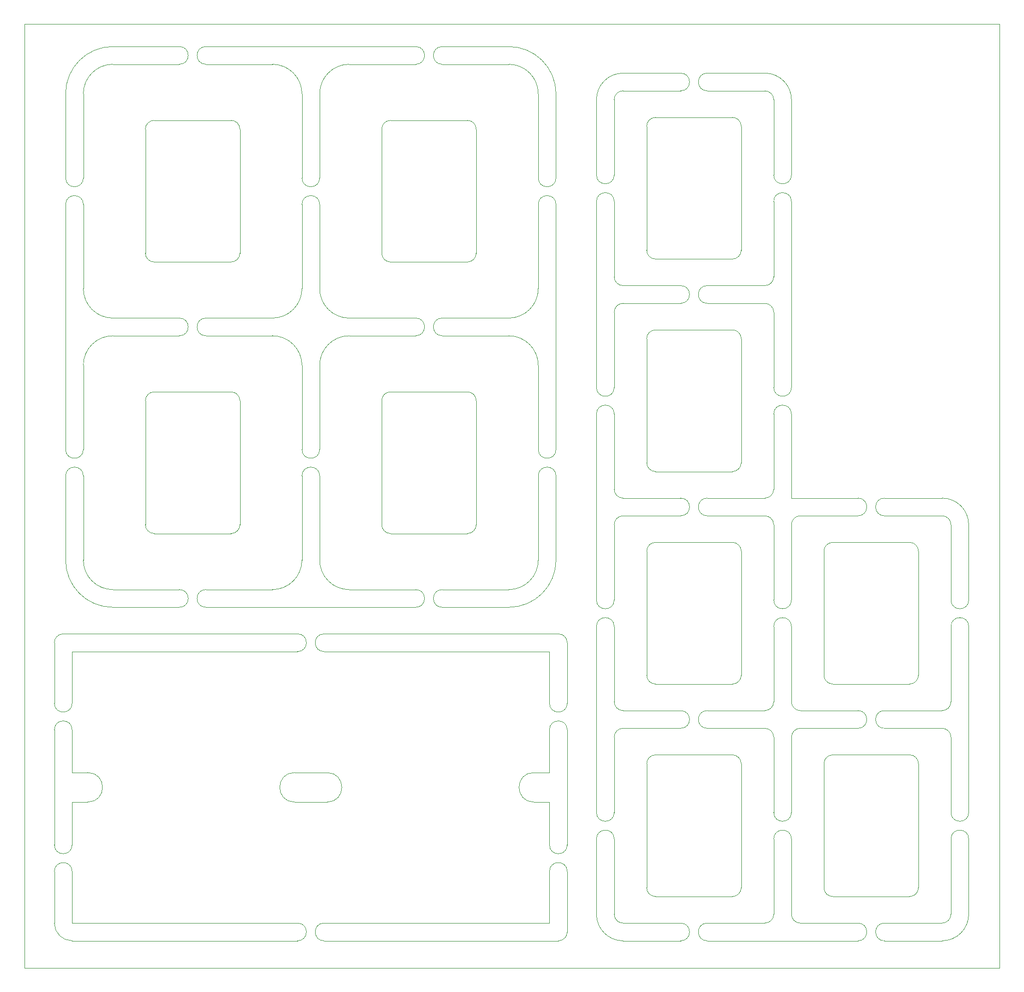
<source format=gbr>
%TF.GenerationSoftware,KiCad,Pcbnew,7.0.11+dfsg-1build4*%
%TF.CreationDate,2025-08-11T18:09:29+02:00*%
%TF.ProjectId,pendulum,70656e64-756c-4756-9d2e-6b696361645f,rev?*%
%TF.SameCoordinates,Original*%
%TF.FileFunction,Profile,NP*%
%FSLAX46Y46*%
G04 Gerber Fmt 4.6, Leading zero omitted, Abs format (unit mm)*
G04 Created by KiCad (PCBNEW 7.0.11+dfsg-1build4) date 2025-08-11 18:09:29*
%MOMM*%
%LPD*%
G01*
G04 APERTURE LIST*
%TA.AperFunction,Profile*%
%ADD10C,0.050000*%
%TD*%
G04 APERTURE END LIST*
D10*
X209800000Y-191200000D02*
X209800000Y-171700000D01*
X208300000Y-207450000D02*
G75*
G03*
X209800000Y-205950000I0J1500000D01*
G01*
X164150000Y-158450000D02*
X126000000Y-158450000D01*
X277749998Y-136950002D02*
X277750000Y-149700000D01*
X209800000Y-205950000D02*
X209800000Y-195700000D01*
X188650000Y-150950000D02*
X199900000Y-150950000D01*
X126000000Y-204450000D02*
X164150000Y-204450000D01*
X277750000Y-185700000D02*
X277750000Y-154200000D01*
X206800000Y-195700000D02*
X206800000Y-204450000D01*
X128650000Y-183950000D02*
X126000000Y-183950000D01*
X207900000Y-78200000D02*
X207900000Y-63950000D01*
X247750000Y-113700000D02*
X247750000Y-82200000D01*
X126000000Y-178950000D02*
X128650000Y-178950000D01*
X263500000Y-207450000D02*
X273250000Y-207450000D01*
X247750000Y-118200000D02*
X247750000Y-132450000D01*
X124900000Y-82700000D02*
X124900000Y-124200000D01*
X163650000Y-178950000D02*
X169150000Y-178950000D01*
X188650000Y-55950000D02*
X199900000Y-55950000D01*
X123000000Y-156950000D02*
X123000000Y-167200000D01*
X273249998Y-132450002D02*
X263500000Y-132450000D01*
X126000000Y-195700000D02*
X126000000Y-204450000D01*
X123000000Y-195700000D02*
X123000000Y-204450000D01*
X126000000Y-183950000D02*
X126000000Y-191200000D01*
X209800000Y-167200000D02*
X209800000Y-156950000D01*
X219250001Y-60450001D02*
G75*
G03*
X214750001Y-64950001I-1J-4499999D01*
G01*
X169150000Y-183950000D02*
X163650000Y-183950000D01*
X277750000Y-202950000D02*
X277750000Y-190200000D01*
X199900000Y-150950000D02*
G75*
G03*
X207900000Y-142950000I0J8000000D01*
G01*
X207900000Y-63950000D02*
G75*
G03*
X199900000Y-55950000I-8000000J0D01*
G01*
X214750000Y-77700000D02*
X214750001Y-64950001D01*
X209800000Y-156950000D02*
G75*
G03*
X208300000Y-155450000I-1500000J0D01*
G01*
X273250000Y-207450000D02*
G75*
G03*
X277750000Y-202950000I0J4500000D01*
G01*
X163650000Y-178950000D02*
G75*
G03*
X163650000Y-183950000I0J-2500000D01*
G01*
X229000000Y-60450000D02*
X219250001Y-60450001D01*
X164150000Y-207450000D02*
X126000000Y-207450000D01*
X214750000Y-202950000D02*
G75*
G03*
X219250000Y-207450000I4500000J0D01*
G01*
X124900000Y-142950000D02*
G75*
G03*
X132900000Y-150950000I8000000J0D01*
G01*
X124900000Y-128700000D02*
X124900000Y-142950000D01*
X132900000Y-55950000D02*
X144150000Y-55950000D01*
X214750000Y-149700000D02*
X214750000Y-118200000D01*
X204150000Y-178950000D02*
G75*
G03*
X204150000Y-183950000I0J-2500000D01*
G01*
X123000000Y-204450000D02*
G75*
G03*
X126000000Y-207450000I3000000J0D01*
G01*
X117950000Y-52100000D02*
X282950000Y-52100000D01*
X282950000Y-212100000D01*
X117950000Y-212100000D01*
X117950000Y-52100000D01*
X204150000Y-183950000D02*
X206800000Y-183950000D01*
X207900000Y-124200000D02*
X207900000Y-82700000D01*
X144150000Y-150950000D02*
X132900000Y-150950000D01*
X128650000Y-183950000D02*
G75*
G03*
X128650000Y-178950000I0J2500000D01*
G01*
X124500000Y-155450000D02*
G75*
G03*
X123000000Y-156950000I0J-1500000D01*
G01*
X126000000Y-158450000D02*
X126000000Y-167200000D01*
X233500000Y-207450000D02*
X259000000Y-207450000D01*
X247750000Y-77700000D02*
X247750000Y-64950000D01*
X219250000Y-207450000D02*
X229000000Y-207450000D01*
X206800000Y-204450000D02*
X168650000Y-204450000D01*
X206800000Y-183950000D02*
X206800000Y-191200000D01*
X247750000Y-64950000D02*
G75*
G03*
X243250000Y-60450000I-4500000J0D01*
G01*
X277749998Y-136950002D02*
G75*
G03*
X273249998Y-132450002I-4499998J2D01*
G01*
X123000000Y-171700000D02*
X123000000Y-191200000D01*
X132900000Y-55950000D02*
G75*
G03*
X124900000Y-63950000I0J-8000000D01*
G01*
X124500000Y-155450000D02*
X164150000Y-155450000D01*
X207900000Y-128700000D02*
X207900000Y-142950000D01*
X214750000Y-154200000D02*
X214750000Y-185700000D01*
X214750000Y-82200000D02*
X214750000Y-113700000D01*
X168650000Y-207450000D02*
X208300000Y-207450000D01*
X259000000Y-132450000D02*
X247750000Y-132450000D01*
X243250000Y-60450000D02*
X233500000Y-60450000D01*
X206800000Y-178950000D02*
X204150000Y-178950000D01*
X168650000Y-158450000D02*
X206800000Y-158450000D01*
X148650000Y-150950000D02*
X184150000Y-150950000D01*
X148650000Y-55950000D02*
X184150000Y-55950000D01*
X208300000Y-155450000D02*
X168650000Y-155450000D01*
X124900000Y-63950000D02*
X124900000Y-78200000D01*
X206800000Y-158450000D02*
X206800000Y-167200000D01*
X214750000Y-190200000D02*
X214750000Y-202950000D01*
X169150000Y-183950000D02*
G75*
G03*
X169150000Y-178950000I0J2500000D01*
G01*
X126000000Y-171700000D02*
X126000000Y-178950000D01*
X206800000Y-171700000D02*
X206800000Y-178950000D01*
%TO.C,M5*%
X167900000Y-124200000D02*
X167900000Y-109950000D01*
X167900000Y-142950000D02*
X167900000Y-128700000D01*
X178400000Y-115950000D02*
X178400000Y-136950000D01*
X179900000Y-138450000D02*
X192900000Y-138450000D01*
X184150000Y-104950000D02*
X172900000Y-104950000D01*
X184150000Y-147950000D02*
X172900000Y-147950000D01*
X188650000Y-104950000D02*
X199900000Y-104950000D01*
X192900000Y-114450000D02*
X179900000Y-114450000D01*
X194400000Y-136950000D02*
X194400000Y-115950000D01*
X199900000Y-147950000D02*
X188650000Y-147950000D01*
X204900000Y-109950000D02*
X204900000Y-124200000D01*
X204900000Y-128700000D02*
X204900000Y-142950000D01*
X172900000Y-104950000D02*
G75*
G03*
X167900000Y-109950000I0J-5000000D01*
G01*
X167900000Y-142950000D02*
G75*
G03*
X172900000Y-147950000I5000000J0D01*
G01*
X179900000Y-114450000D02*
G75*
G03*
X178400000Y-115950000I1J-1500001D01*
G01*
X178400000Y-136950000D02*
G75*
G03*
X179900000Y-138450000I1500001J1D01*
G01*
X194400000Y-115950000D02*
G75*
G03*
X192900000Y-114450000I-1500000J0D01*
G01*
X192900000Y-138450000D02*
G75*
G03*
X194400000Y-136950000I0J1500000D01*
G01*
X204900000Y-109950000D02*
G75*
G03*
X199900000Y-104950000I-5000000J0D01*
G01*
X199900000Y-147950000D02*
G75*
G03*
X204900000Y-142950000I0J5000000D01*
G01*
%TO.C,REF\u002A\u002A*%
X188650000Y-147950000D02*
G75*
G03*
X188650000Y-150950000I0J-1500000D01*
G01*
X184150000Y-150950000D02*
G75*
G03*
X184150000Y-147950000I0J1500000D01*
G01*
X259000000Y-207450000D02*
G75*
G03*
X259000000Y-204450000I0J1500000D01*
G01*
X263500000Y-204450000D02*
G75*
G03*
X263500000Y-207450000I0J-1500000D01*
G01*
X126000000Y-195700000D02*
G75*
G03*
X123000000Y-195700000I-1500000J0D01*
G01*
X123000000Y-191200000D02*
G75*
G03*
X126000000Y-191200000I1500000J0D01*
G01*
X167900000Y-128700000D02*
G75*
G03*
X164900000Y-128700000I-1500000J0D01*
G01*
X164900000Y-124200000D02*
G75*
G03*
X167900000Y-124200000I1500000J0D01*
G01*
%TO.C,M4*%
X217750000Y-149700000D02*
X217750000Y-136950000D01*
X217750000Y-166950000D02*
X217750000Y-154200000D01*
X219250000Y-135450000D02*
X229000000Y-135450000D01*
X223250000Y-141450000D02*
X223250000Y-162450000D01*
X224750000Y-163950000D02*
X237750000Y-163950000D01*
X229000000Y-168450000D02*
X219250000Y-168450000D01*
X233500000Y-135450000D02*
X243250000Y-135450000D01*
X237750000Y-139950000D02*
X224750000Y-139950000D01*
X239250000Y-162450000D02*
X239250000Y-141450000D01*
X243250000Y-168450000D02*
X233500000Y-168450000D01*
X244750000Y-136950000D02*
X244750000Y-149700000D01*
X244750000Y-154200000D02*
X244750000Y-166950000D01*
X219250000Y-135450000D02*
G75*
G03*
X217750000Y-136950000I1J-1500001D01*
G01*
X217750000Y-166950000D02*
G75*
G03*
X219250000Y-168450000I1500001J1D01*
G01*
X224750000Y-139950000D02*
G75*
G03*
X223250000Y-141450000I1J-1500001D01*
G01*
X223250000Y-162450000D02*
G75*
G03*
X224750000Y-163950000I1500001J1D01*
G01*
X239250000Y-141450000D02*
G75*
G03*
X237750000Y-139950000I-1500000J0D01*
G01*
X237750000Y-163950000D02*
G75*
G03*
X239250000Y-162450000I0J1500000D01*
G01*
X244750000Y-136950000D02*
G75*
G03*
X243250000Y-135450000I-1500000J0D01*
G01*
X243250000Y-168450000D02*
G75*
G03*
X244750000Y-166950000I0J1500000D01*
G01*
%TO.C,REF\u002A\u002A*%
X247750000Y-118200000D02*
G75*
G03*
X244750000Y-118200000I-1500000J0D01*
G01*
X244750000Y-113700000D02*
G75*
G03*
X247750000Y-113700000I1500000J0D01*
G01*
X164150000Y-207450000D02*
G75*
G03*
X164150000Y-204450000I0J1500000D01*
G01*
X168650000Y-204450000D02*
G75*
G03*
X168650000Y-207450000I0J-1500000D01*
G01*
X259000000Y-135450000D02*
G75*
G03*
X259000000Y-132450000I0J1500000D01*
G01*
X263500000Y-132450000D02*
G75*
G03*
X263500000Y-135450000I0J-1500000D01*
G01*
X126000000Y-171700000D02*
G75*
G03*
X123000000Y-171700000I-1500000J0D01*
G01*
X123000000Y-167200000D02*
G75*
G03*
X126000000Y-167200000I1500000J0D01*
G01*
X229000000Y-99450000D02*
G75*
G03*
X229000000Y-96450000I0J1500000D01*
G01*
X233500000Y-96450000D02*
G75*
G03*
X233500000Y-99450000I0J-1500000D01*
G01*
X247750000Y-82200000D02*
G75*
G03*
X244750000Y-82200000I-1500000J0D01*
G01*
X244750000Y-77700000D02*
G75*
G03*
X247750000Y-77700000I1500000J0D01*
G01*
X277750000Y-154200000D02*
G75*
G03*
X274750000Y-154200000I-1500000J0D01*
G01*
X274750000Y-149700000D02*
G75*
G03*
X277750000Y-149700000I1500000J0D01*
G01*
X277750000Y-190200000D02*
G75*
G03*
X274750000Y-190200000I-1500000J0D01*
G01*
X274750000Y-185700000D02*
G75*
G03*
X277750000Y-185700000I1500000J0D01*
G01*
X229000000Y-171450000D02*
G75*
G03*
X229000000Y-168450000I0J1500000D01*
G01*
X233500000Y-168450000D02*
G75*
G03*
X233500000Y-171450000I0J-1500000D01*
G01*
X148650000Y-55950000D02*
G75*
G03*
X148650000Y-58950000I0J-1500000D01*
G01*
X144150000Y-58950000D02*
G75*
G03*
X144150000Y-55950000I0J1500000D01*
G01*
X206800000Y-191200000D02*
G75*
G03*
X209800000Y-191200000I1500000J0D01*
G01*
X209800000Y-195700000D02*
G75*
G03*
X206800000Y-195700000I-1500000J0D01*
G01*
%TO.C,M10*%
X167900000Y-78200000D02*
X167900000Y-63950000D01*
X167900000Y-96950000D02*
X167900000Y-82700000D01*
X178400000Y-69950000D02*
X178400000Y-90950000D01*
X179900000Y-92450000D02*
X192900000Y-92450000D01*
X184150000Y-58950000D02*
X172900000Y-58950000D01*
X184150000Y-101950000D02*
X172900000Y-101950000D01*
X188650000Y-58950000D02*
X199900000Y-58950000D01*
X192900000Y-68450000D02*
X179900000Y-68450000D01*
X194400000Y-90950000D02*
X194400000Y-69950000D01*
X199900000Y-101950000D02*
X188650000Y-101950000D01*
X204900000Y-63950000D02*
X204900000Y-78200000D01*
X204900000Y-82700000D02*
X204900000Y-96950000D01*
X172900000Y-58950000D02*
G75*
G03*
X167900000Y-63950000I0J-5000000D01*
G01*
X167900000Y-96950000D02*
G75*
G03*
X172900000Y-101950000I5000000J0D01*
G01*
X179900000Y-68450000D02*
G75*
G03*
X178400000Y-69950000I1J-1500001D01*
G01*
X178400000Y-90950000D02*
G75*
G03*
X179900000Y-92450000I1500001J1D01*
G01*
X194400000Y-69950000D02*
G75*
G03*
X192900000Y-68450000I-1500000J0D01*
G01*
X192900000Y-92450000D02*
G75*
G03*
X194400000Y-90950000I0J1500000D01*
G01*
X204900000Y-63950000D02*
G75*
G03*
X199900000Y-58950000I-5000000J0D01*
G01*
X199900000Y-101950000D02*
G75*
G03*
X204900000Y-96950000I0J5000000D01*
G01*
%TO.C,M1*%
X127900000Y-124200000D02*
X127900000Y-109950000D01*
X127900000Y-142950000D02*
X127900000Y-128700000D01*
X138400000Y-115950000D02*
X138400000Y-136950000D01*
X139900000Y-138450000D02*
X152900000Y-138450000D01*
X144150000Y-104950000D02*
X132900000Y-104950000D01*
X144150000Y-147950000D02*
X132900000Y-147950000D01*
X148650000Y-104950000D02*
X159900000Y-104950000D01*
X152900000Y-114450000D02*
X139900000Y-114450000D01*
X154400000Y-136950000D02*
X154400000Y-115950000D01*
X159900000Y-147950000D02*
X148650000Y-147950000D01*
X164900000Y-109950000D02*
X164900000Y-124200000D01*
X164900000Y-128700000D02*
X164900000Y-142950000D01*
X132900000Y-104950000D02*
G75*
G03*
X127900000Y-109950000I0J-5000000D01*
G01*
X127900000Y-142950000D02*
G75*
G03*
X132900000Y-147950000I5000000J0D01*
G01*
X139900000Y-114450000D02*
G75*
G03*
X138400000Y-115950000I1J-1500001D01*
G01*
X138400000Y-136950000D02*
G75*
G03*
X139900000Y-138450000I1500001J1D01*
G01*
X154400000Y-115950000D02*
G75*
G03*
X152900000Y-114450000I-1500000J0D01*
G01*
X152900000Y-138450000D02*
G75*
G03*
X154400000Y-136950000I0J1500000D01*
G01*
X164900000Y-109950000D02*
G75*
G03*
X159900000Y-104950000I-5000000J0D01*
G01*
X159900000Y-147950000D02*
G75*
G03*
X164900000Y-142950000I0J5000000D01*
G01*
%TO.C,REF\u002A\u002A*%
X148650000Y-101950000D02*
G75*
G03*
X148650000Y-104950000I0J-1500000D01*
G01*
X144150000Y-104950000D02*
G75*
G03*
X144150000Y-101950000I0J1500000D01*
G01*
X217750000Y-82200000D02*
G75*
G03*
X214750000Y-82200000I-1500000J0D01*
G01*
X214750000Y-77700000D02*
G75*
G03*
X217750000Y-77700000I1500000J0D01*
G01*
%TO.C,M2*%
X217750000Y-77700000D02*
X217750000Y-64950000D01*
X217750000Y-94950000D02*
X217750000Y-82200000D01*
X219250000Y-63450000D02*
X229000000Y-63450000D01*
X223250000Y-69450000D02*
X223250000Y-90450000D01*
X224750000Y-91950000D02*
X237750000Y-91950000D01*
X229000000Y-96450000D02*
X219250000Y-96450000D01*
X233500000Y-63450000D02*
X243250000Y-63450000D01*
X237750000Y-67950000D02*
X224750000Y-67950000D01*
X239250000Y-90450000D02*
X239250000Y-69450000D01*
X243250000Y-96450000D02*
X233500000Y-96450000D01*
X244750000Y-64950000D02*
X244750000Y-77700000D01*
X244750000Y-82200000D02*
X244750000Y-94950000D01*
X219250000Y-63450000D02*
G75*
G03*
X217750000Y-64950000I1J-1500001D01*
G01*
X217750000Y-94950000D02*
G75*
G03*
X219250000Y-96450000I1500001J1D01*
G01*
X224750000Y-67950000D02*
G75*
G03*
X223250000Y-69450000I1J-1500001D01*
G01*
X223250000Y-90450000D02*
G75*
G03*
X224750000Y-91950000I1500001J1D01*
G01*
X239250000Y-69450000D02*
G75*
G03*
X237750000Y-67950000I-1500000J0D01*
G01*
X237750000Y-91950000D02*
G75*
G03*
X239250000Y-90450000I0J1500000D01*
G01*
X244750000Y-64950000D02*
G75*
G03*
X243250000Y-63450000I-1500000J0D01*
G01*
X243250000Y-96450000D02*
G75*
G03*
X244750000Y-94950000I0J1500000D01*
G01*
%TO.C,REF\u002A\u002A*%
X229000000Y-135450000D02*
G75*
G03*
X229000000Y-132450000I0J1500000D01*
G01*
X233500000Y-132450000D02*
G75*
G03*
X233500000Y-135450000I0J-1500000D01*
G01*
%TO.C,M8*%
X247750000Y-185700000D02*
X247750000Y-172950000D01*
X247750000Y-202950000D02*
X247750000Y-190200000D01*
X249250000Y-171450000D02*
X259000000Y-171450000D01*
X253250000Y-177450000D02*
X253250000Y-198450000D01*
X254750000Y-199950000D02*
X267750000Y-199950000D01*
X259000000Y-204450000D02*
X249250000Y-204450000D01*
X263500000Y-171450000D02*
X273250000Y-171450000D01*
X267750000Y-175950000D02*
X254750000Y-175950000D01*
X269250000Y-198450000D02*
X269250000Y-177450000D01*
X273250000Y-204450000D02*
X263500000Y-204450000D01*
X274750000Y-172950000D02*
X274750000Y-185700000D01*
X274750000Y-190200000D02*
X274750000Y-202950000D01*
X249250000Y-171450000D02*
G75*
G03*
X247750000Y-172950000I1J-1500001D01*
G01*
X247750000Y-202950000D02*
G75*
G03*
X249250000Y-204450000I1500001J1D01*
G01*
X254750000Y-175950000D02*
G75*
G03*
X253250000Y-177450000I1J-1500001D01*
G01*
X253250000Y-198450000D02*
G75*
G03*
X254750000Y-199950000I1500001J1D01*
G01*
X269250000Y-177450000D02*
G75*
G03*
X267750000Y-175950000I-1500000J0D01*
G01*
X267750000Y-199950000D02*
G75*
G03*
X269250000Y-198450000I0J1500000D01*
G01*
X274750000Y-172950000D02*
G75*
G03*
X273250000Y-171450000I-1500000J0D01*
G01*
X273250000Y-204450000D02*
G75*
G03*
X274750000Y-202950000I0J1500000D01*
G01*
%TO.C,M9*%
X217750000Y-185700000D02*
X217750000Y-172950000D01*
X217750000Y-202950000D02*
X217750000Y-190200000D01*
X219250000Y-171450000D02*
X229000000Y-171450000D01*
X223250000Y-177450000D02*
X223250000Y-198450000D01*
X224750000Y-199950000D02*
X237750000Y-199950000D01*
X229000000Y-204450000D02*
X219250000Y-204450000D01*
X233500000Y-171450000D02*
X243250000Y-171450000D01*
X237750000Y-175950000D02*
X224750000Y-175950000D01*
X239250000Y-198450000D02*
X239250000Y-177450000D01*
X243250000Y-204450000D02*
X233500000Y-204450000D01*
X244750000Y-172950000D02*
X244750000Y-185700000D01*
X244750000Y-190200000D02*
X244750000Y-202950000D01*
X219250000Y-171450000D02*
G75*
G03*
X217750000Y-172950000I1J-1500001D01*
G01*
X217750000Y-202950000D02*
G75*
G03*
X219250000Y-204450000I1500001J1D01*
G01*
X224750000Y-175950000D02*
G75*
G03*
X223250000Y-177450000I1J-1500001D01*
G01*
X223250000Y-198450000D02*
G75*
G03*
X224750000Y-199950000I1500001J1D01*
G01*
X239250000Y-177450000D02*
G75*
G03*
X237750000Y-175950000I-1500000J0D01*
G01*
X237750000Y-199950000D02*
G75*
G03*
X239250000Y-198450000I0J1500000D01*
G01*
X244750000Y-172950000D02*
G75*
G03*
X243250000Y-171450000I-1500000J0D01*
G01*
X243250000Y-204450000D02*
G75*
G03*
X244750000Y-202950000I0J1500000D01*
G01*
%TO.C,REF\u002A\u002A*%
X206800000Y-167200000D02*
G75*
G03*
X209800000Y-167200000I1500000J0D01*
G01*
X209800000Y-171700000D02*
G75*
G03*
X206800000Y-171700000I-1500000J0D01*
G01*
X127900000Y-82700000D02*
G75*
G03*
X124900000Y-82700000I-1500000J0D01*
G01*
X124900000Y-78200000D02*
G75*
G03*
X127900000Y-78200000I1500000J0D01*
G01*
X229000000Y-207450000D02*
G75*
G03*
X229000000Y-204450000I0J1500000D01*
G01*
X233500000Y-204450000D02*
G75*
G03*
X233500000Y-207450000I0J-1500000D01*
G01*
X164150000Y-158450000D02*
G75*
G03*
X164150000Y-155450000I0J1500000D01*
G01*
X168650000Y-155450000D02*
G75*
G03*
X168650000Y-158450000I0J-1500000D01*
G01*
X207900000Y-128700000D02*
G75*
G03*
X204900000Y-128700000I-1500000J0D01*
G01*
X204900000Y-124200000D02*
G75*
G03*
X207900000Y-124200000I1500000J0D01*
G01*
%TO.C,M3*%
X247750000Y-149700000D02*
X247750000Y-136950000D01*
X247750000Y-166950000D02*
X247750000Y-154200000D01*
X249250000Y-135450000D02*
X259000000Y-135450000D01*
X253250000Y-141450000D02*
X253250000Y-162450000D01*
X254750000Y-163950000D02*
X267750000Y-163950000D01*
X259000000Y-168450000D02*
X249250000Y-168450000D01*
X263500000Y-135450000D02*
X273250000Y-135450000D01*
X267750000Y-139950000D02*
X254750000Y-139950000D01*
X269250000Y-162450000D02*
X269250000Y-141450000D01*
X273250000Y-168450000D02*
X263500000Y-168450000D01*
X274750000Y-136950000D02*
X274750000Y-149700000D01*
X274750000Y-154200000D02*
X274750000Y-166950000D01*
X249250000Y-135450000D02*
G75*
G03*
X247750000Y-136950000I1J-1500001D01*
G01*
X247750000Y-166950000D02*
G75*
G03*
X249250000Y-168450000I1500001J1D01*
G01*
X254750000Y-139950000D02*
G75*
G03*
X253250000Y-141450000I1J-1500001D01*
G01*
X253250000Y-162450000D02*
G75*
G03*
X254750000Y-163950000I1500001J1D01*
G01*
X269250000Y-141450000D02*
G75*
G03*
X267750000Y-139950000I-1500000J0D01*
G01*
X267750000Y-163950000D02*
G75*
G03*
X269250000Y-162450000I0J1500000D01*
G01*
X274750000Y-136950000D02*
G75*
G03*
X273250000Y-135450000I-1500000J0D01*
G01*
X273250000Y-168450000D02*
G75*
G03*
X274750000Y-166950000I0J1500000D01*
G01*
%TO.C,REF\u002A\u002A*%
X229000000Y-63450000D02*
G75*
G03*
X229000000Y-60450000I0J1500000D01*
G01*
X233500000Y-60450000D02*
G75*
G03*
X233500000Y-63450000I0J-1500000D01*
G01*
X259000000Y-171450000D02*
G75*
G03*
X259000000Y-168450000I0J1500000D01*
G01*
X263500000Y-168450000D02*
G75*
G03*
X263500000Y-171450000I0J-1500000D01*
G01*
X188650000Y-101950000D02*
G75*
G03*
X188650000Y-104950000I0J-1500000D01*
G01*
X184150000Y-104950000D02*
G75*
G03*
X184150000Y-101950000I0J1500000D01*
G01*
X217750000Y-154200000D02*
G75*
G03*
X214750000Y-154200000I-1500000J0D01*
G01*
X214750000Y-149700000D02*
G75*
G03*
X217750000Y-149700000I1500000J0D01*
G01*
X247750000Y-154200000D02*
G75*
G03*
X244750000Y-154200000I-1500000J0D01*
G01*
X244750000Y-149700000D02*
G75*
G03*
X247750000Y-149700000I1500000J0D01*
G01*
%TO.C,M6*%
X127900000Y-78200000D02*
X127900000Y-63950000D01*
X127900000Y-96950000D02*
X127900000Y-82700000D01*
X138400000Y-69950000D02*
X138400000Y-90950000D01*
X139900000Y-92450000D02*
X152900000Y-92450000D01*
X144150000Y-58950000D02*
X132900000Y-58950000D01*
X144150000Y-101950000D02*
X132900000Y-101950000D01*
X148650000Y-58950000D02*
X159900000Y-58950000D01*
X152900000Y-68450000D02*
X139900000Y-68450000D01*
X154400000Y-90950000D02*
X154400000Y-69950000D01*
X159900000Y-101950000D02*
X148650000Y-101950000D01*
X164900000Y-63950000D02*
X164900000Y-78200000D01*
X164900000Y-82700000D02*
X164900000Y-96950000D01*
X132900000Y-58950000D02*
G75*
G03*
X127900000Y-63950000I0J-5000000D01*
G01*
X127900000Y-96950000D02*
G75*
G03*
X132900000Y-101950000I5000000J0D01*
G01*
X139900000Y-68450000D02*
G75*
G03*
X138400000Y-69950000I1J-1500001D01*
G01*
X138400000Y-90950000D02*
G75*
G03*
X139900000Y-92450000I1500001J1D01*
G01*
X154400000Y-69950000D02*
G75*
G03*
X152900000Y-68450000I-1500000J0D01*
G01*
X152900000Y-92450000D02*
G75*
G03*
X154400000Y-90950000I0J1500000D01*
G01*
X164900000Y-63950000D02*
G75*
G03*
X159900000Y-58950000I-5000000J0D01*
G01*
X159900000Y-101950000D02*
G75*
G03*
X164900000Y-96950000I0J5000000D01*
G01*
%TO.C,REF\u002A\u002A*%
X247750000Y-190200000D02*
G75*
G03*
X244750000Y-190200000I-1500000J0D01*
G01*
X244750000Y-185700000D02*
G75*
G03*
X247750000Y-185700000I1500000J0D01*
G01*
X217750000Y-190200000D02*
G75*
G03*
X214750000Y-190200000I-1500000J0D01*
G01*
X214750000Y-185700000D02*
G75*
G03*
X217750000Y-185700000I1500000J0D01*
G01*
X167900000Y-82700000D02*
G75*
G03*
X164900000Y-82700000I-1500000J0D01*
G01*
X164900000Y-78200000D02*
G75*
G03*
X167900000Y-78200000I1500000J0D01*
G01*
X207900000Y-82700000D02*
G75*
G03*
X204900000Y-82700000I-1500000J0D01*
G01*
X204900000Y-78200000D02*
G75*
G03*
X207900000Y-78200000I1500000J0D01*
G01*
X148650000Y-147950000D02*
G75*
G03*
X148650000Y-150950000I0J-1500000D01*
G01*
X144150000Y-150950000D02*
G75*
G03*
X144150000Y-147950000I0J1500000D01*
G01*
X217750000Y-118200000D02*
G75*
G03*
X214750000Y-118200000I-1500000J0D01*
G01*
X214750000Y-113700000D02*
G75*
G03*
X217750000Y-113700000I1500000J0D01*
G01*
%TO.C,M7*%
X217750000Y-113700000D02*
X217750000Y-100950000D01*
X217750000Y-130950000D02*
X217750000Y-118200000D01*
X219250000Y-99450000D02*
X229000000Y-99450000D01*
X223250000Y-105450000D02*
X223250000Y-126450000D01*
X224750000Y-127950000D02*
X237750000Y-127950000D01*
X229000000Y-132450000D02*
X219250000Y-132450000D01*
X233500000Y-99450000D02*
X243250000Y-99450000D01*
X237750000Y-103950000D02*
X224750000Y-103950000D01*
X239250000Y-126450000D02*
X239250000Y-105450000D01*
X243250000Y-132450000D02*
X233500000Y-132450000D01*
X244750000Y-100950000D02*
X244750000Y-113700000D01*
X244750000Y-118200000D02*
X244750000Y-130950000D01*
X219250000Y-99450000D02*
G75*
G03*
X217750000Y-100950000I1J-1500001D01*
G01*
X217750000Y-130950000D02*
G75*
G03*
X219250000Y-132450000I1500001J1D01*
G01*
X224750000Y-103950000D02*
G75*
G03*
X223250000Y-105450000I1J-1500001D01*
G01*
X223250000Y-126450000D02*
G75*
G03*
X224750000Y-127950000I1500001J1D01*
G01*
X239250000Y-105450000D02*
G75*
G03*
X237750000Y-103950000I-1500000J0D01*
G01*
X237750000Y-127950000D02*
G75*
G03*
X239250000Y-126450000I0J1500000D01*
G01*
X244750000Y-100950000D02*
G75*
G03*
X243250000Y-99450000I-1500000J0D01*
G01*
X243250000Y-132450000D02*
G75*
G03*
X244750000Y-130950000I0J1500000D01*
G01*
%TO.C,REF\u002A\u002A*%
X127900000Y-128700000D02*
G75*
G03*
X124900000Y-128700000I-1500000J0D01*
G01*
X124900000Y-124200000D02*
G75*
G03*
X127900000Y-124200000I1500000J0D01*
G01*
X188650000Y-55950000D02*
G75*
G03*
X188650000Y-58950000I0J-1500000D01*
G01*
X184150000Y-58950000D02*
G75*
G03*
X184150000Y-55950000I0J1500000D01*
G01*
%TD*%
M02*

</source>
